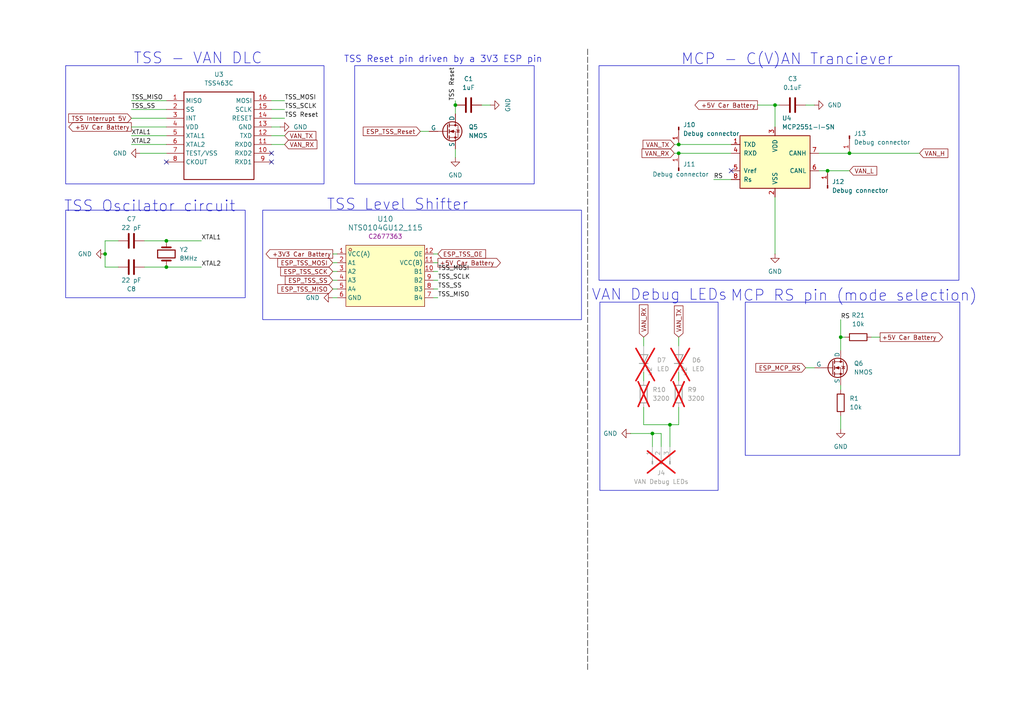
<source format=kicad_sch>
(kicad_sch (version 20250114) (generator "eeschema") (generator_version "9.0")
  (paper "A4")
  (lib_symbols
    (symbol "Connector:Conn_01x01_Pin" (pin_names (offset 1.016) (hide yes))
      (property "Reference" "J" (at 0 2.54 0))
      (property "Value" "Conn_01x01_Pin" (at 0 -2.54 0))
      (symbol "Conn_01x01_Pin_1_1"
        (rectangle (start 0.8636 0.127) (end 0 -0.127) (stroke (width 0.1524)) (fill (type outline)))
        (polyline (pts (xy 1.27 0) (xy 0.8636 0)) (stroke (width 0.1524)))
        (pin passive line (at 5.08 0 180) (length 3.81) (name "Pin_1") (number "1"))
      )
    )
    (symbol "Connector:Conn_01x03_Pin" (pin_names (offset 1.016) (hide yes))
      (property "Reference" "J" (at 0 5.08 0))
      (property "Value" "Conn_01x03_Pin" (at 0 -5.08 0))
      (symbol "Conn_01x03_Pin_1_1"
        (rectangle (start 0.8636 2.667) (end 0 2.413) (stroke (width 0.1524)) (fill (type outline)))
        (rectangle (start 0.8636 0.127) (end 0 -0.127) (stroke (width 0.1524)) (fill (type outline)))
        (rectangle (start 0.8636 -2.413) (end 0 -2.667) (stroke (width 0.1524)) (fill (type outline)))
        (polyline (pts (xy 1.27 2.54) (xy 0.8636 2.54)) (stroke (width 0.1524)))
        (polyline (pts (xy 1.27 0) (xy 0.8636 0)) (stroke (width 0.1524)))
        (polyline (pts (xy 1.27 -2.54) (xy 0.8636 -2.54)) (stroke (width 0.1524)))
        (pin passive line (at 5.08 2.54 180) (length 3.81) (name "Pin_1") (number "1"))
        (pin passive line (at 5.08 0 180) (length 3.81) (name "Pin_2") (number "2"))
        (pin passive line (at 5.08 -2.54 180) (length 3.81) (name "Pin_3") (number "3"))
      )
    )
    (symbol "Device:C" (pin_numbers (hide yes)) (pin_names (offset 0.254))
      (property "Reference" "C" (at 0.635 2.54 0))
      (property "Value" "C" (at 0.635 -2.54 0))
      (symbol "C_0_1"
        (polyline (pts (xy -2.032 0.762) (xy 2.032 0.762)) (stroke (width 0.508)))
        (polyline (pts (xy -2.032 -0.762) (xy 2.032 -0.762)) (stroke (width 0.508)))
      )
      (symbol "C_1_1"
        (pin passive line (at 0 3.81 270) (length 2.794) (name "~") (number "1"))
        (pin passive line (at 0 -3.81 90) (length 2.794) (name "~") (number "2"))
      )
    )
    (symbol "Device:Crystal" (pin_numbers (hide yes)) (pin_names (offset 1.016) (hide yes))
      (property "Reference" "Y" (at 0 3.81 0))
      (property "Value" "Crystal" (at 0 -3.81 0))
      (symbol "Crystal_0_1"
        (polyline (pts (xy -2.54 0) (xy -1.905 0)))
        (polyline (pts (xy -1.905 -1.27) (xy -1.905 1.27)) (stroke (width 0.508)))
        (rectangle (start -1.143 2.54) (end 1.143 -2.54) (stroke (width 0.3048)))
        (polyline (pts (xy 1.905 -1.27) (xy 1.905 1.27)) (stroke (width 0.508)))
        (polyline (pts (xy 2.54 0) (xy 1.905 0)))
      )
      (symbol "Crystal_1_1"
        (pin passive line (at -3.81 0 0) (length 1.27) (name "1") (number "1"))
        (pin passive line (at 3.81 0 180) (length 1.27) (name "2") (number "2"))
      )
    )
    (symbol "Device:LED" (pin_numbers (hide yes)) (pin_names (offset 1.016) (hide yes))
      (property "Reference" "D" (at 0 2.54 0))
      (property "Value" "LED" (at 0 -2.54 0))
      (symbol "LED_0_1"
        (polyline (pts (xy -3.048 -0.762) (xy -4.572 -2.286) (xy -3.81 -2.286) (xy -4.572 -2.286) (xy -4.572 -1.524)))
        (polyline (pts (xy -1.778 -0.762) (xy -3.302 -2.286) (xy -2.54 -2.286) (xy -3.302 -2.286) (xy -3.302 -1.524)))
        (polyline (pts (xy -1.27 0) (xy 1.27 0)))
        (polyline (pts (xy -1.27 -1.27) (xy -1.27 1.27)) (stroke (width 0.254)))
        (polyline (pts (xy 1.27 -1.27) (xy 1.27 1.27) (xy -1.27 0) (xy 1.27 -1.27)) (stroke (width 0.254)))
      )
      (symbol "LED_1_1"
        (pin passive line (at -3.81 0 0) (length 2.54) (name "K") (number "1"))
        (pin passive line (at 3.81 0 180) (length 2.54) (name "A") (number "2"))
      )
    )
    (symbol "Device:R" (pin_numbers (hide yes)) (pin_names (offset 0))
      (property "Reference" "R" (at 2.032 0 90))
      (property "Value" "R" (at 0 0 90))
      (symbol "R_0_1"
        (rectangle (start -1.016 -2.54) (end 1.016 2.54) (stroke (width 0.254)))
      )
      (symbol "R_1_1"
        (pin passive line (at 0 3.81 270) (length 1.27) (name "~") (number "1"))
        (pin passive line (at 0 -3.81 90) (length 1.27) (name "~") (number "2"))
      )
    )
    (symbol "EasyEDA:NTS0104GU12,115"
      (property "Reference" "U" (at 0 11.43 0))
      (property "Value" "NTS0104GU12,115" (at 0 -11.43 0))
      (symbol "NTS0104GU12,115_0_1"
        (rectangle (start -11.43 8.89) (end 11.43 -8.89) (fill (type background)))
        (circle (center -10.16 7.62) (radius 0.38))
        (pin unspecified line (at -13.97 6.35 0) (length 2.54) (name "VCC(A)") (number "1"))
        (pin unspecified line (at -13.97 3.81 0) (length 2.54) (name "A1") (number "2"))
        (pin unspecified line (at -13.97 1.27 0) (length 2.54) (name "A2") (number "3"))
        (pin unspecified line (at -13.97 -1.27 0) (length 2.54) (name "A3") (number "4"))
        (pin unspecified line (at -13.97 -3.81 0) (length 2.54) (name "A4") (number "5"))
        (pin unspecified line (at -13.97 -6.35 0) (length 2.54) (name "GND") (number "6"))
        (pin unspecified line (at 13.97 6.35 180) (length 2.54) (name "OE") (number "12"))
        (pin unspecified line (at 13.97 3.81 180) (length 2.54) (name "VCC(B)") (number "11"))
        (pin unspecified line (at 13.97 1.27 180) (length 2.54) (name "B1") (number "10"))
        (pin unspecified line (at 13.97 -1.27 180) (length 2.54) (name "B2") (number "9"))
        (pin unspecified line (at 13.97 -3.81 180) (length 2.54) (name "B3") (number "8"))
        (pin unspecified line (at 13.97 -6.35 180) (length 2.54) (name "B4") (number "7"))
      )
    )
    (symbol "Interface_CAN_LIN:MCP2551-I-SN" (pin_names (offset 1.016))
      (property "Reference" "U" (at -10.16 8.89 0))
      (property "Value" "MCP2551-I-SN" (at 2.54 8.89 0))
      (symbol "MCP2551-I-SN_0_1"
        (rectangle (start -10.16 7.62) (end 10.16 -7.62) (stroke (width 0.254)) (fill (type background)))
      )
      (symbol "MCP2551-I-SN_1_1"
        (pin input line (at -12.7 5.08 0) (length 2.54) (name "TXD") (number "1"))
        (pin output line (at -12.7 2.54 0) (length 2.54) (name "RXD") (number "4"))
        (pin power_out line (at -12.7 -2.54 0) (length 2.54) (name "Vref") (number "5"))
        (pin input line (at -12.7 -5.08 0) (length 2.54) (name "Rs") (number "8"))
        (pin power_in line (at 0 10.16 270) (length 2.54) (name "VDD") (number "3"))
        (pin power_in line (at 0 -10.16 90) (length 2.54) (name "VSS") (number "2"))
        (pin bidirectional line (at 12.7 2.54 180) (length 2.54) (name "CANH") (number "7"))
        (pin bidirectional line (at 12.7 -2.54 180) (length 2.54) (name "CANL") (number "6"))
      )
    )
    (symbol "Simulation_SPICE:NMOS" (pin_numbers (hide yes)) (pin_names (offset 0))
      (property "Reference" "Q" (at 5.08 1.27 0))
      (property "Value" "NMOS" (at 5.08 -1.27 0))
      (symbol "NMOS_0_1"
        (polyline (pts (xy 0.254 1.905) (xy 0.254 -1.905)) (stroke (width 0.254)))
        (polyline (pts (xy 0.254 0) (xy -2.54 0)))
        (polyline (pts (xy 0.762 2.286) (xy 0.762 1.27)) (stroke (width 0.254)))
        (polyline (pts (xy 0.762 0.508) (xy 0.762 -0.508)) (stroke (width 0.254)))
        (polyline (pts (xy 0.762 -1.27) (xy 0.762 -2.286)) (stroke (width 0.254)))
        (polyline (pts (xy 0.762 -1.778) (xy 3.302 -1.778) (xy 3.302 1.778) (xy 0.762 1.778)))
        (polyline (pts (xy 1.016 0) (xy 2.032 0.381) (xy 2.032 -0.381) (xy 1.016 0)) (fill (type outline)))
        (circle (center 1.651 0) (radius 2.794) (stroke (width 0.254)))
        (polyline (pts (xy 2.54 2.54) (xy 2.54 1.778)))
        (circle (center 2.54 1.778) (radius 0.254) (fill (type outline)))
        (circle (center 2.54 -1.778) (radius 0.254) (fill (type outline)))
        (polyline (pts (xy 2.54 -2.54) (xy 2.54 0) (xy 0.762 0)))
        (polyline (pts (xy 2.794 0.508) (xy 2.921 0.381) (xy 3.683 0.381) (xy 3.81 0.254)))
        (polyline (pts (xy 3.302 0.381) (xy 2.921 -0.254) (xy 3.683 -0.254) (xy 3.302 0.381)))
      )
      (symbol "NMOS_1_1"
        (pin input line (at -5.08 0 0) (length 2.54) (name "G") (number "2"))
        (pin passive line (at 2.54 5.08 270) (length 2.54) (name "D") (number "1"))
        (pin passive line (at 2.54 -5.08 90) (length 2.54) (name "S") (number "3"))
      )
    )
    (symbol "TSS463C:TSS463C"
      (property "Reference" "U" (at -10.16 -13.97 0))
      (property "Value" "TSS463C" (at 10.16 13.97 0))
      (symbol "TSS463C_0_0"
        (rectangle (start -10.16 12.7) (end 10.16 -12.7) (stroke (width 0.254)))
      )
      (symbol "TSS463C_1_1"
        (pin input line (at -15.24 10.16 0) (length 5.08) (name "MISO") (number "1"))
        (pin input line (at -15.24 7.62 0) (length 5.08) (name "SS") (number "2"))
        (pin input line (at -15.24 5.08 0) (length 5.08) (name "INT") (number "3"))
        (pin input line (at -15.24 2.54 0) (length 5.08) (name "VDD") (number "4"))
        (pin input line (at -15.24 0 0) (length 5.08) (name "XTAL1") (number "5"))
        (pin input line (at -15.24 -2.54 0) (length 5.08) (name "XTAL2") (number "6"))
        (pin input line (at -15.24 -5.08 0) (length 5.08) (name "TEST/VSS") (number "7"))
        (pin input line (at -15.24 -7.62 0) (length 5.08) (name "CKOUT") (number "8"))
        (pin input line (at 15.24 10.16 180) (length 5.08) (name "MOSI") (number "16"))
        (pin input line (at 15.24 7.62 180) (length 5.08) (name "SCLK") (number "15"))
        (pin input line (at 15.24 5.08 180) (length 5.08) (name "RESET") (number "14"))
        (pin input line (at 15.24 2.54 180) (length 5.08) (name "GND") (number "13"))
        (pin input line (at 15.24 0 180) (length 5.08) (name "TXD") (number "12"))
        (pin input line (at 15.24 -2.54 180) (length 5.08) (name "RXD0") (number "11"))
        (pin input line (at 15.24 -5.08 180) (length 5.08) (name "RXD2") (number "10"))
        (pin input line (at 15.24 -7.62 180) (length 5.08) (name "RXD1") (number "9"))
      )
    )
    (symbol "power:GND" (power) (pin_numbers (hide yes)) (pin_names (offset 0) (hide yes))
      (property "Value" "GND" (at 0 -3.81 0))
      (symbol "GND_0_1"
        (polyline (pts (xy 0 0) (xy 0 -1.27) (xy 1.27 -1.27) (xy 0 -2.54) (xy -1.27 -1.27) (xy 0 -1.27)))
      )
      (symbol "GND_1_1"
        (pin power_in line (at 0 0 270) (length 0) (name "~") (number "1"))
      )
    )
  )
  (rectangle (start 216.154 87.63) (end 278.384 132.08))
  (rectangle (start 19.05 60.96) (end 71.12 86.36))
  (rectangle (start 173.736 19.05) (end 278.13 81.28))
  (rectangle (start 76.2 60.96) (end 168.656 92.71))
  (rectangle (start 173.99 87.63) (end 208.28 142.24))
  (rectangle (start 19.05 19.05) (end 93.98 53.34))
  (rectangle (start 102.87 19.05) (end 154.94 53.34))
  (text "TSS Oscilator circuit\n" (at 43.434 59.944 0) (effects (font (size 3.175 3.175))))
  (text "VAN Debug LEDs" (at 191.262 85.598 0) (effects (font (size 3.175 3.175))))
  (text "MCP - C(V)AN Tranciever\n" (at 228.346 17.272 0) (effects (font (size 3.175 3.175))))
  (text "TSS - VAN DLC" (at 57.404 17.018 0) (effects (font (size 3.175 3.175))))
  (text "TSS Level Shifter" (at 115.316 59.436 0) (effects (font (size 3.175 3.175))))
  (text "TSS Reset pin driven by a 3V3 ESP pin" (at 128.524 17.272 0) (effects (font (size 1.905 1.905))))
  (text "MCP RS pin (mode selection)" (at 247.65 85.852 0) (effects (font (size 3.175 3.175))))
  (junction (at 189.23 125.73))
  (junction (at 224.79 30.48))
  (junction (at 196.85 44.45))
  (junction (at 246.38 44.45))
  (junction (at 30.48 73.66))
  (junction (at 132.08 30.48))
  (junction (at 243.84 97.79))
  (junction (at 196.85 41.91))
  (junction (at 48.26 69.85))
  (junction (at 240.03 49.53))
  (junction (at 48.26 77.47))
  (junction (at 194.31 123.19))
  (no_connect (at 78.74 44.45))
  (no_connect (at 48.26 46.99))
  (no_connect (at 78.74 46.99))
  (no_connect (at 212.09 49.53))
  (wire (pts (xy 48.26 44.45) (xy 40.64 44.45)))
  (wire (pts (xy 30.48 69.85) (xy 30.48 73.66)))
  (wire (pts (xy 233.68 106.68) (xy 236.22 106.68)))
  (wire (pts (xy 243.84 120.65) (xy 243.84 124.46)))
  (wire (pts (xy 48.26 77.47) (xy 58.42 77.47)))
  (wire (pts (xy 38.1 39.37) (xy 48.26 39.37)))
  (wire (pts (xy 191.77 125.73) (xy 191.77 129.54)))
  (wire (pts (xy 121.92 38.1) (xy 124.46 38.1)))
  (wire (pts (xy 207.01 52.07) (xy 212.09 52.07)))
  (wire (pts (xy 132.08 43.18) (xy 132.08 45.72)))
  (wire (pts (xy 240.03 49.53) (xy 246.38 49.53)))
  (wire (pts (xy 224.79 30.48) (xy 226.06 30.48)))
  (wire (pts (xy 186.69 123.19) (xy 194.31 123.19)))
  (wire (pts (xy 125.73 76.2) (xy 127 76.2)))
  (wire (pts (xy 96.52 78.74) (xy 97.79 78.74)))
  (wire (pts (xy 224.79 57.15) (xy 224.79 73.66)))
  (wire (pts (xy 132.08 30.48) (xy 132.08 33.02)))
  (wire (pts (xy 78.74 29.21) (xy 82.55 29.21)))
  (wire (pts (xy 189.23 125.73) (xy 189.23 129.54)))
  (wire (pts (xy 125.73 86.36) (xy 127 86.36)))
  (wire (pts (xy 78.74 36.83) (xy 81.28 36.83)))
  (wire (pts (xy 194.31 123.19) (xy 194.31 129.54)))
  (wire (pts (xy 30.48 73.66) (xy 30.48 77.47)))
  (wire (pts (xy 196.85 41.91) (xy 212.09 41.91)))
  (wire (pts (xy 196.85 107.95) (xy 196.85 110.49)))
  (wire (pts (xy 195.58 41.91) (xy 196.85 41.91)))
  (wire (pts (xy 30.48 77.47) (xy 34.29 77.47)))
  (wire (pts (xy 125.73 81.28) (xy 127 81.28)))
  (wire (pts (xy 38.1 29.21) (xy 48.26 29.21)))
  (wire (pts (xy 196.85 44.45) (xy 212.09 44.45)))
  (wire (pts (xy 186.69 97.79) (xy 186.69 100.33)))
  (wire (pts (xy 96.52 76.2) (xy 97.79 76.2)))
  (wire (pts (xy 195.58 44.45) (xy 196.85 44.45)))
  (wire (pts (xy 82.55 39.37) (xy 78.74 39.37)))
  (wire (pts (xy 125.73 78.74) (xy 127 78.74)))
  (wire (pts (xy 237.49 49.53) (xy 240.03 49.53)))
  (wire (pts (xy 246.38 44.45) (xy 266.7 44.45)))
  (wire (pts (xy 78.74 34.29) (xy 82.55 34.29)))
  (wire (pts (xy 194.31 123.19) (xy 196.85 123.19)))
  (wire (pts (xy 38.1 36.83) (xy 48.26 36.83)))
  (wire (pts (xy 189.23 125.73) (xy 191.77 125.73)))
  (wire (pts (xy 243.84 97.79) (xy 243.84 101.6)))
  (wire (pts (xy 224.79 30.48) (xy 224.79 36.83)))
  (wire (pts (xy 125.73 83.82) (xy 127 83.82)))
  (wire (pts (xy 196.85 118.11) (xy 196.85 123.19)))
  (wire (pts (xy 78.74 31.75) (xy 82.55 31.75)))
  (wire (pts (xy 186.69 118.11) (xy 186.69 123.19)))
  (wire (pts (xy 96.52 83.82) (xy 97.79 83.82)))
  (wire (pts (xy 38.1 34.29) (xy 48.26 34.29)))
  (wire (pts (xy 132.08 29.21) (xy 132.08 30.48)))
  (wire (pts (xy 186.69 107.95) (xy 186.69 110.49)))
  (wire (pts (xy 41.91 69.85) (xy 48.26 69.85)))
  (wire (pts (xy 139.7 30.48) (xy 142.24 30.48)))
  (wire (pts (xy 125.73 73.66) (xy 127 73.66)))
  (wire (pts (xy 233.68 30.48) (xy 236.22 30.48)))
  (wire (pts (xy 196.85 97.79) (xy 196.85 100.33)))
  (wire (pts (xy 182.88 125.73) (xy 189.23 125.73)))
  (wire (pts (xy 243.84 111.76) (xy 243.84 113.03)))
  (wire (pts (xy 96.52 86.36) (xy 97.79 86.36)))
  (wire (pts (xy 237.49 44.45) (xy 246.38 44.45)))
  (wire (pts (xy 243.84 97.79) (xy 245.11 97.79)))
  (wire (pts (xy 243.84 92.71) (xy 243.84 97.79)))
  (wire (pts (xy 96.52 73.66) (xy 97.79 73.66)))
  (wire (pts (xy 219.71 30.48) (xy 224.79 30.48)))
  (wire (pts (xy 96.52 81.28) (xy 97.79 81.28)))
  (wire (pts (xy 252.73 97.79) (xy 255.27 97.79)))
  (polyline (pts (xy 170.434 14.224) (xy 170.434 194.564)) (stroke (width 0) (type dash) (color 0 0 0 0.66)))
  (wire (pts (xy 41.91 77.47) (xy 48.26 77.47)))
  (wire (pts (xy 34.29 69.85) (xy 30.48 69.85)))
  (wire (pts (xy 38.1 31.75) (xy 48.26 31.75)))
  (wire (pts (xy 82.55 41.91) (xy 78.74 41.91)))
  (wire (pts (xy 48.26 69.85) (xy 58.42 69.85)))
  (wire (pts (xy 38.1 41.91) (xy 48.26 41.91)))
  (label "TSS_MOSI" (at 82.55 29.21 0))
  (label "RS" (at 243.84 92.71 0))
  (label "XTAL2" (at 58.42 77.47 0))
  (label "TSS_MOSI" (at 127 78.74 0))
  (label "TSS Reset" (at 82.55 34.29 0))
  (label "TSS Reset" (at 132.08 29.21 90))
  (label "XTAL1" (at 38.1 39.37 0))
  (label "TSS_MISO" (at 127 86.36 0))
  (label "RS" (at 207.01 52.07 0))
  (label "TSS_MISO" (at 38.1 29.21 0))
  (label "XTAL1" (at 58.42 69.85 0))
  (label "TSS_SCLK" (at 82.55 31.75 0))
  (label "XTAL2" (at 38.1 41.91 0))
  (label "TSS_SCLK" (at 127 81.28 0))
  (label "TSS_SS" (at 38.1 31.75 0))
  (label "TSS_SS" (at 127 83.82 0))
  (global_label "ESP_TSS_MISO" (shape input) (at 96.52 83.82 180) (property "Intersheetrefs" "${INTERSHEET_REFS}" (effects (hide yes))))
  (global_label "VAN_TX" (shape input) (at 82.55 39.37 0) (property "Intersheetrefs" "${INTERSHEET_REFS}" (effects (hide yes))))
  (global_label "ESP_TSS_MOSI" (shape input) (at 96.52 76.2 180) (property "Intersheetrefs" "${INTERSHEET_REFS}" (effects (hide yes))))
  (global_label "+5V Car Battery" (shape output) (at 38.1 36.83 180) (property "Intersheetrefs" "${INTERSHEET_REFS}" (effects (hide yes))))
  (global_label "ESP_MCP_RS" (shape input) (at 233.68 106.68 180) (property "Intersheetrefs" "${INTERSHEET_REFS}" (effects (hide yes))))
  (global_label "VAN_RX" (shape input) (at 195.58 44.45 180) (property "Intersheetrefs" "${INTERSHEET_REFS}" (effects (hide yes))))
  (global_label "VAN_L" (shape input) (at 246.38 49.53 0) (property "Intersheetrefs" "${INTERSHEET_REFS}" (effects (hide yes))))
  (global_label "VAN_TX" (shape input) (at 196.85 97.79 90) (property "Intersheetrefs" "${INTERSHEET_REFS}" (effects (hide yes))))
  (global_label "+5V Car Battery" (shape output) (at 255.27 97.79 0) (property "Intersheetrefs" "${INTERSHEET_REFS}" (effects (hide yes))))
  (global_label "ESP_TSS_OE" (shape input) (at 127 73.66 0) (property "Intersheetrefs" "${INTERSHEET_REFS}" (effects (hide yes))))
  (global_label "VAN_RX" (shape input) (at 186.69 97.79 90) (property "Intersheetrefs" "${INTERSHEET_REFS}" (effects (hide yes))))
  (global_label "TSS Interrupt 5V" (shape input) (at 38.1 34.29 180) (property "Intersheetrefs" "${INTERSHEET_REFS}" (effects (hide yes))))
  (global_label "VAN_TX" (shape input) (at 195.58 41.91 180) (property "Intersheetrefs" "${INTERSHEET_REFS}" (effects (hide yes))))
  (global_label "+5V Car Battery" (shape output) (at 219.71 30.48 180) (property "Intersheetrefs" "${INTERSHEET_REFS}" (effects (hide yes))))
  (global_label "+5V Car Battery" (shape output) (at 127 76.2 0) (property "Intersheetrefs" "${INTERSHEET_REFS}" (effects (hide yes))))
  (global_label "ESP_TSS_SS" (shape input) (at 96.52 81.28 180) (property "Intersheetrefs" "${INTERSHEET_REFS}" (effects (hide yes))))
  (global_label "+3V3 Car Battery" (shape output) (at 96.52 73.66 180) (property "Intersheetrefs" "${INTERSHEET_REFS}" (effects (hide yes))))
  (global_label "ESP_TSS_SCK" (shape input) (at 96.52 78.74 180) (property "Intersheetrefs" "${INTERSHEET_REFS}" (effects (hide yes))))
  (global_label "VAN_H" (shape input) (at 266.7 44.45 0) (property "Intersheetrefs" "${INTERSHEET_REFS}" (effects (hide yes))))
  (global_label "ESP_TSS_Reset" (shape input) (at 121.92 38.1 180) (property "Intersheetrefs" "${INTERSHEET_REFS}" (effects (hide yes))))
  (global_label "VAN_RX" (shape input) (at 82.55 41.91 0) (property "Intersheetrefs" "${INTERSHEET_REFS}" (effects (hide yes))))
  (symbol (lib_id "power:GND") (at 132.08 45.72 0) (unit 1)
    (property "Reference" "#PWR033" (effects (hide yes)))
    (property "Value" "GND" (at 132.08 50.8 0))
    (property "Description" "Power symbol creates a global label with name \"GND\" , ground" (effects (hide yes)))
  )
  (symbol (lib_id "Device:LED") (at 196.85 104.14 90) (unit 1) (dnp yes)
    (property "Reference" "D6" (at 200.66 104.4574 90) (effects (justify right)))
    (property "Value" "LED" (at 200.66 106.9974 90) (effects (justify right)))
    (property "Footprint" "LED_SMD:LED_0402_1005Metric" (effects (hide yes)))
    (property "Description" "Light emitting diode" (effects (hide yes)))
    (property "Sim.Pins" "1=K 2=A" (effects (hide yes)))
  )
  (symbol (lib_id "EasyEDA:NTS0104GU12,115") (at 111.76 80.01 0) (unit 1)
    (property "Reference" "U10" (at 111.76 63.5 0) (effects (font (size 1.524 1.524))))
    (property "Value" "NTS0104GU12_115" (at 111.76 66.04 0) (effects (font (size 1.524 1.524))))
    (property "Footprint" "EasyEDA:XQFN-12_L2.0-W1.7-P0.40-BL" (effects (hide yes)))
    (property "Datasheet" "NTS0104GU12_115" (effects (hide yes)))
    (property "LCSC Part" "C2677363" (at 111.76 68.58 0))
  )
  (symbol (lib_id "Device:C") (at 229.87 30.48 90) (unit 1)
    (property "Reference" "C3" (at 229.87 22.86 90))
    (property "Value" "0.1uF" (at 229.87 25.4 90))
    (property "Footprint" "Capacitor_SMD:C_0805_2012Metric_Pad1.18x1.45mm_HandSolder" (effects (hide yes)))
  )
  (symbol (lib_id "TSS463C:TSS463C") (at 63.5 39.37 0) (unit 1)
    (property "Reference" "U3" (at 63.5 21.59 0))
    (property "Value" "TSS463C" (at 63.5 24.13 0))
    (property "Footprint" "intoftainment:TSS463C" (effects (hide yes)))
  )
  (symbol (lib_id "Interface_CAN_LIN:MCP2551-I-SN") (at 224.79 46.99 0) (unit 1)
    (property "Reference" "U4" (at 226.8094 34.29 0) (effects (justify left)))
    (property "Value" "MCP2551-I-SN" (at 226.8094 36.83 0) (effects (justify left)))
    (property "Footprint" "Package_SO:SOIC-8_3.9x4.9mm_P1.27mm" (effects (hide yes)))
    (property "Datasheet" "http://ww1.microchip.com/downloads/en/devicedoc/21667d.pdf" (effects (hide yes)))
  )
  (symbol (lib_id "Connector:Conn_01x01_Pin") (at 240.03 54.61 90) (unit 1) (in_bom no)
    (property "Reference" "J12" (at 241.3 52.7049 90) (effects (justify right)))
    (property "Value" "Debug connector" (at 241.3 55.2449 90) (effects (justify right)))
    (property "Footprint" "TestPoint:TestPoint_Keystone_5000-5004_Miniature" (effects (hide yes)))
    (property "Description" "Generic connector, single row, 01x01, script generated" (effects (hide yes)))
  )
  (symbol (lib_id "Simulation_SPICE:NMOS") (at 129.54 38.1 0) (unit 1)
    (property "Reference" "Q5" (at 135.89 36.8299 0) (effects (justify left)))
    (property "Value" "NMOS" (at 135.89 39.3699 0) (effects (justify left)))
    (property "Footprint" "Package_TO_SOT_SMD:SOT-723" (effects (hide yes)))
    (property "Datasheet" "https://ngspice.sourceforge.io/docs/ngspice-html-manual/manual.xhtml#cha_MOSFETs" (effects (hide yes)))
    (property "Description" "N-MOSFET transistor, drain/source/gate" (effects (hide yes)))
    (property "Sim.Device" "NMOS" (effects (hide yes)))
    (property "Sim.Type" "VDMOS" (effects (hide yes)))
    (property "Sim.Pins" "1=D 2=G 3=S" (effects (hide yes)))
  )
  (symbol (lib_id "power:GND") (at 243.84 124.46 0) (unit 1)
    (property "Reference" "#PWR032" (effects (hide yes)))
    (property "Value" "GND" (at 243.84 129.54 0))
    (property "Description" "Power symbol creates a global label with name \"GND\" , ground" (effects (hide yes)))
  )
  (symbol (lib_id "power:GND") (at 40.64 44.45 270) (unit 1)
    (property "Reference" "#PWR07" (effects (hide yes)))
    (property "Value" "GND" (at 36.83 44.4499 90) (effects (justify right)))
    (property "Description" "Power symbol creates a global label with name \"GND\" , ground" (effects (hide yes)))
  )
  (symbol (lib_id "Device:LED") (at 186.69 104.14 90) (unit 1) (dnp yes)
    (property "Reference" "D7" (at 190.5 104.4574 90) (effects (justify right)))
    (property "Value" "LED" (at 190.5 106.9974 90) (effects (justify right)))
    (property "Footprint" "LED_SMD:LED_0402_1005Metric" (effects (hide yes)))
    (property "Description" "Light emitting diode" (effects (hide yes)))
    (property "Sim.Pins" "1=K 2=A" (effects (hide yes)))
  )
  (symbol (lib_id "Device:R") (at 196.85 114.3 0) (unit 1) (dnp yes)
    (property "Reference" "R9" (at 199.39 113.0299 0) (effects (justify left)))
    (property "Value" "3200" (at 199.39 115.5699 0) (effects (justify left)))
    (property "Footprint" "Resistor_SMD:R_0805_2012Metric" (effects (hide yes)))
    (property "Description" "Resistor" (effects (hide yes)))
  )
  (symbol (lib_id "power:GND") (at 182.88 125.73 270) (unit 1)
    (property "Reference" "#PWR044" (effects (hide yes)))
    (property "Value" "GND" (at 179.07 125.7299 90) (effects (justify right)))
    (property "Description" "Power symbol creates a global label with name \"GND\" , ground" (effects (hide yes)))
  )
  (symbol (lib_id "power:GND") (at 30.48 73.66 270) (unit 1)
    (property "Reference" "#PWR08" (effects (hide yes)))
    (property "Value" "GND" (at 26.67 73.6599 90) (effects (justify right)))
    (property "Description" "Power symbol creates a global label with name \"GND\" , ground" (effects (hide yes)))
  )
  (symbol (lib_id "Device:R") (at 248.92 97.79 90) (unit 1)
    (property "Reference" "R21" (at 248.92 91.44 90))
    (property "Value" "10k" (at 248.92 93.98 90))
    (property "Footprint" "Resistor_SMD:R_0603_1608Metric_Pad0.98x0.95mm_HandSolder" (effects (hide yes)))
  )
  (symbol (lib_id "Connector:Conn_01x03_Pin") (at 191.77 134.62 90) (unit 1) (dnp yes)
    (property "Reference" "J4" (at 191.77 137.16 90))
    (property "Value" "VAN Debug LEDs" (at 191.77 139.7 90))
    (property "Footprint" "Connector_PinHeader_2.54mm:PinHeader_1x03_P2.54mm_Vertical" (effects (hide yes)))
    (property "Description" "Generic connector, single row, 01x03, script generated" (effects (hide yes)))
  )
  (symbol (lib_id "Simulation_SPICE:NMOS") (at 241.3 106.68 0) (unit 1)
    (property "Reference" "Q6" (at 247.65 105.4099 0) (effects (justify left)))
    (property "Value" "NMOS" (at 247.65 107.9499 0) (effects (justify left)))
    (property "Footprint" "Package_TO_SOT_SMD:SOT-723" (effects (hide yes)))
    (property "Datasheet" "https://ngspice.sourceforge.io/docs/ngspice-html-manual/manual.xhtml#cha_MOSFETs" (effects (hide yes)))
    (property "Description" "N-MOSFET transistor, drain/source/gate" (effects (hide yes)))
    (property "Sim.Device" "NMOS" (effects (hide yes)))
    (property "Sim.Type" "VDMOS" (effects (hide yes)))
    (property "Sim.Pins" "1=D 2=G 3=S" (effects (hide yes)))
  )
  (symbol (lib_id "Device:R") (at 243.84 116.84 0) (unit 1)
    (property "Reference" "R1" (at 246.38 115.5699 0) (effects (justify left)))
    (property "Value" "10k" (at 246.38 118.1099 0) (effects (justify left)))
    (property "Footprint" "Resistor_SMD:R_0603_1608Metric_Pad0.98x0.95mm_HandSolder" (effects (hide yes)))
  )
  (symbol (lib_id "Connector:Conn_01x01_Pin") (at 196.85 49.53 90) (unit 1) (in_bom no)
    (property "Reference" "J11" (at 198.12 47.6249 90) (effects (justify right)))
    (property "Value" "Debug connector" (at 189.23 50.546 90) (effects (justify right)))
    (property "Footprint" "TestPoint:TestPoint_Loop_D1.80mm_Drill1.0mm_Beaded" (effects (hide yes)))
    (property "Description" "Generic connector, single row, 01x01, script generated" (effects (hide yes)))
  )
  (symbol (lib_id "power:GND") (at 142.24 30.48 90) (unit 1)
    (property "Reference" "#PWR011" (effects (hide yes)))
    (property "Value" "GND" (at 147.32 30.48 0))
    (property "Description" "Power symbol creates a global label with name \"GND\" , ground" (effects (hide yes)))
  )
  (symbol (lib_id "Device:C") (at 38.1 69.85 90) (unit 1)
    (property "Reference" "C7" (at 38.1 63.5 90))
    (property "Value" "22 pF" (at 38.1 66.04 90))
    (property "Footprint" "Capacitor_SMD:C_0402_1005Metric_Pad0.74x0.62mm_HandSolder" (effects (hide yes)))
  )
  (symbol (lib_id "Connector:Conn_01x01_Pin") (at 246.38 39.37 270) (unit 1) (in_bom no)
    (property "Reference" "J13" (at 247.65 38.7349 90) (effects (justify left)))
    (property "Value" "Debug connector" (at 247.65 41.2749 90) (effects (justify left)))
    (property "Footprint" "TestPoint:TestPoint_Keystone_5000-5004_Miniature" (effects (hide yes)))
    (property "Description" "Generic connector, single row, 01x01, script generated" (effects (hide yes)))
  )
  (symbol (lib_id "Device:Crystal") (at 48.26 73.66 90) (unit 1)
    (property "Reference" "Y2" (at 52.07 72.3899 90) (effects (justify right)))
    (property "Value" "8MHz" (at 52.07 74.9299 90) (effects (justify right)))
    (property "Footprint" "Crystal:Crystal_HC49-4H_Vertical" (effects (hide yes)))
  )
  (symbol (lib_id "Device:C") (at 38.1 77.47 90) (unit 1)
    (property "Reference" "C8" (at 38.1 83.82 90))
    (property "Value" "22 pF" (at 38.1 81.28 90))
    (property "Footprint" "Capacitor_SMD:C_0402_1005Metric_Pad0.74x0.62mm_HandSolder" (effects (hide yes)))
  )
  (symbol (lib_id "power:GND") (at 81.28 36.83 90) (unit 1)
    (property "Reference" "#PWR09" (effects (hide yes)))
    (property "Value" "GND" (at 85.09 36.8299 90) (effects (justify right)))
    (property "Description" "Power symbol creates a global label with name \"GND\" , ground" (effects (hide yes)))
  )
  (symbol (lib_id "Device:R") (at 186.69 114.3 0) (unit 1) (dnp yes)
    (property "Reference" "R10" (at 189.23 113.0299 0) (effects (justify left)))
    (property "Value" "3200" (at 189.23 115.5699 0) (effects (justify left)))
    (property "Footprint" "Resistor_SMD:R_0805_2012Metric" (effects (hide yes)))
    (property "Description" "Resistor" (effects (hide yes)))
  )
  (symbol (lib_id "power:GND") (at 236.22 30.48 90) (unit 1)
    (property "Reference" "#PWR013" (effects (hide yes)))
    (property "Value" "GND" (at 240.03 30.4799 90) (effects (justify right)))
    (property "Description" "Power symbol creates a global label with name \"GND\" , ground" (effects (hide yes)))
  )
  (symbol (lib_id "power:GND") (at 224.79 73.66 0) (unit 1)
    (property "Reference" "#PWR012" (effects (hide yes)))
    (property "Value" "GND" (at 224.79 78.74 0))
    (property "Description" "Power symbol creates a global label with name \"GND\" , ground" (effects (hide yes)))
  )
  (symbol (lib_id "Device:C") (at 135.89 30.48 90) (unit 1)
    (property "Reference" "C1" (at 135.89 22.86 90))
    (property "Value" "1uF" (at 135.89 25.4 90))
    (property "Footprint" "Capacitor_SMD:C_0805_2012Metric" (effects (hide yes)))
    (property "Description" "Unpolarized capacitor" (effects (hide yes)))
  )
  (symbol (lib_id "power:GND") (at 96.52 86.36 270) (unit 1)
    (property "Reference" "#PWR085" (effects (hide yes)))
    (property "Value" "GND" (at 92.71 86.3599 90) (effects (justify right)))
    (property "Description" "Power symbol creates a global label with name \"GND\" , ground" (effects (hide yes)))
  )
  (symbol (lib_id "Connector:Conn_01x01_Pin") (at 196.85 36.83 270) (unit 1) (in_bom no)
    (property "Reference" "J10" (at 198.12 36.1949 90) (effects (justify left)))
    (property "Value" "Debug connector" (at 198.12 38.7349 90) (effects (justify left)))
    (property "Footprint" "TestPoint:TestPoint_Loop_D1.80mm_Drill1.0mm_Beaded" (effects (hide yes)))
    (property "Description" "Generic connector, single row, 01x01, script generated" (effects (hide yes)))
  )
)
</source>
